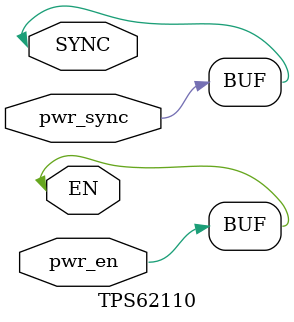
<source format=v>
module TPS62110 (inout EN,inout SYNC
,input pwr_sync
,input pwr_en
);
// pin    EN is         IO_L7N_T1_32 bank  32 bus_digitizer_U33U1[1]       AA15
// pin  SYNC is         IO_L7P_T1_32 bank  32 bus_digitizer_U33U1[0]       AA14
assign SYNC=pwr_sync;
assign EN=pwr_en;
endmodule

</source>
